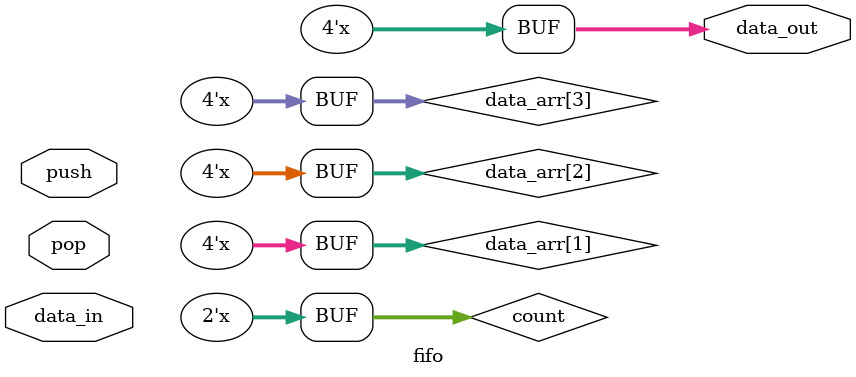
<source format=v>
`timescale 1ns / 1ps
module fifo(
		 input[3:0] data_in,
		 input push,
		 input pop,
		 output reg[3:0] data_out 
    );
	 
reg[1:0] count=2'd0;
reg [3:0] data_arr[3:0];
integer i;

always@(*)
begin
if(push)
begin
count=count+1;
for(i=0;i<3;i=i+1)
begin
data_arr[i+1]<=data_arr[i];
data_arr[0]<=data_in;
end
end
else if(pop)
begin
data_out=data_arr[0];
count=count-1;
end
end

endmodule

</source>
